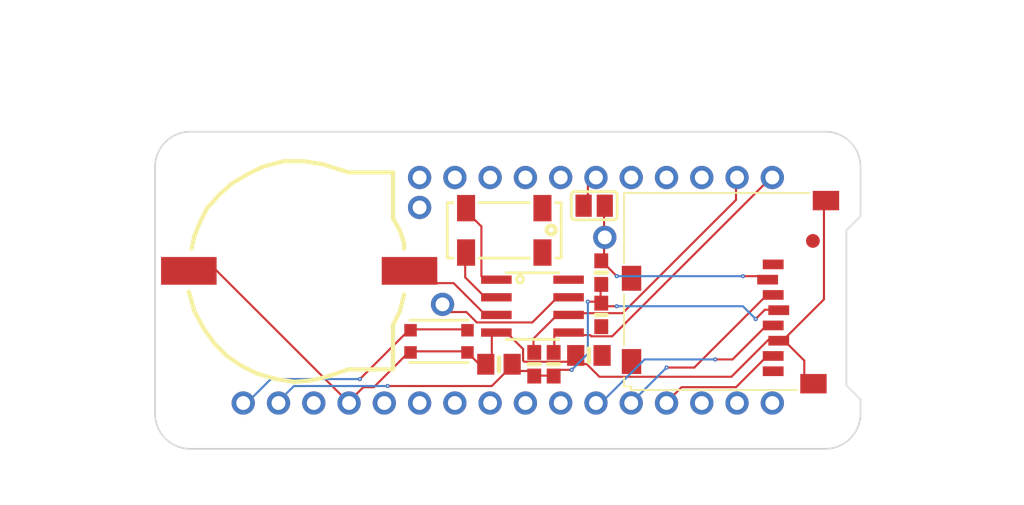
<source format=kicad_pcb>
(kicad_pcb (version 20221018) (generator pcbnew)
  (layers (0 "F.Cu" signal "Top") (31 "B.Cu" signal "Bottom") (34 "B.Paste" user) (35 "F.Paste" user) (36 "B.SilkS" user "B.Silkscreen") (37 "F.SilkS" user "F.Silkscreen") (38 "B.Mask" user) (39 "F.Mask" user) (44 "Edge.Cuts" user))
  (net 0 "")
  (net 1 "G")
  (net 2 "TX")
  (net 3 "RX")
  (net 4 "F")
  (net 5 "E")
  (net 6 "D")
  (net 7 "C")
  (net 8 "B")
  (net 9 "A")
  (net 10 "AREF")
  (net 11 "USB")
  (net 12 "N")
  (net 13 "M")
  (net 14 "L")
  (net 15 "J")
  (net 16 "I")
  (net 17 "H")
  (net 18 "SCL")
  (net 19 "SDA")
  (net 20 "GND")
  (net 21 "MOSI")
  (net 22 "MISO")
  (net 23 "SCK")
  (net 24 "+3V3")
  (net 25 "SD_CS")
  (net 26 "RESET")
  (net 27 "N$7")
  (net 28 "N$8")
  (net 29 "VBAT")
  (net 30 "EN")
  (net 31 "CR1220")
  (net 32 "INT1")
  (net 33 "CS")
  (net 34 "N$1")
  (footprint "MICROSD" (layer "F.Cu") (at 167.132 105.156 90)
    (fp_text reference "X4" hide)
    (fp_text value "microsd" hide)
    (fp_line (start -7.035 -9.76) (end -7.035 2.19) (layer "F.SilkS") (stroke (width 0.127)))
    (fp_line (start -6.785 -10.26) (end -6.785 -9.76) (layer "F.SilkS") (stroke (width 0.127)))
    (fp_line (start -6.785 -9.76) (end -7.035 -9.76) (layer "F.SilkS") (stroke (width 0.127)))
    (fp_line (start -6.135 -10.26) (end -6.785 -10.26) (layer "F.SilkS") (stroke (width 0.127)))
    (fp_line (start -3.835 -10.26) (end -0.135 -10.26) (layer "F.SilkS") (stroke (width 0.127)))
    (fp_line (start 2.115 -10.26) (end 7.165 -10.26) (layer "F.SilkS") (stroke (width 0.127)))
    (fp_line (start 7.165 -10.26) (end 7.165 3.09) (layer "F.SilkS") (stroke (width 0.127)))
    (pad "1" smd rect locked (at 2.015 0.48 90) (size 0.7 1.5) (layers "F.Cu" "F.Paste" "F.Mask"))
    (pad "2" smd rect locked (at 0.915 0.08 90) (size 0.7 1.5) (layers "F.Cu" "F.Paste" "F.Mask") (net 25 "SD_CS"))
    (pad "3" smd rect locked (at -0.185 0.48 90) (size 0.7 1.5) (layers "F.Cu" "F.Paste" "F.Mask") (net 21 "MOSI"))
    (pad "4" smd rect locked (at -1.285 0.88 90) (size 0.7 1.5) (layers "F.Cu" "F.Paste" "F.Mask") (net 24 "+3V3"))
    (pad "5" smd rect locked (at -2.385 0.48 90) (size 0.7 1.5) (layers "F.Cu" "F.Paste" "F.Mask") (net 23 "SCK"))
    (pad "6" smd rect locked (at -3.485 0.88 90) (size 0.7 1.5) (layers "F.Cu" "F.Paste" "F.Mask") (net 20 "GND"))
    (pad "7" smd rect locked (at -4.585 0.48 90) (size 0.7 1.5) (layers "F.Cu" "F.Paste" "F.Mask") (net 22 "MISO"))
    (pad "8" smd rect locked (at -5.685 0.48 90) (size 0.7 1.5) (layers "F.Cu" "F.Paste" "F.Mask"))
    (pad "CD1" smd rect locked (at -4.985 -9.72 180) (size 1.4 1.8) (layers "F.Cu" "F.Paste" "F.Mask"))
    (pad "CD2" smd rect locked (at 1.015 -9.72 180) (size 1.4 1.8) (layers "F.Cu" "F.Paste" "F.Mask"))
    (pad "MT1" smd rect locked (at -6.585 3.38 90) (size 1.4 1.9) (layers "F.Cu" "F.Paste" "F.Mask") (net 20 "GND"))
    (pad "MT2" smd rect locked (at 6.615 4.28 90) (size 1.4 1.9) (layers "F.Cu" "F.Paste" "F.Mask") (net 20 "GND"))
  )
  (footprint "BTN_KMR2_4.6X2.8" (layer "F.Cu") (at 143.5481 108.6866 180)
    (fp_text reference "SW1" hide)
    (fp_text value "KMR2" hide)
    (fp_line (start -2.1 -1.5254) (end 2.1 -1.5254) (layer "F.SilkS") (stroke (width 0.2032)))
    (fp_line (start 2.1 1.5254) (end -2.1 1.5254) (layer "F.SilkS") (stroke (width 0.2032)))
    (pad "A" smd rect (at 2.05 -0.8 180) (size 0.9 0.9) (layers "F.Cu" "F.Paste" "F.Mask") (net 20 "GND"))
    (pad "A'" smd rect (at -2.05 -0.8 180) (size 0.9 0.9) (layers "F.Cu" "F.Paste" "F.Mask") (net 20 "GND"))
    (pad "B" smd rect (at 2.05 0.8 180) (size 0.9 0.9) (layers "F.Cu" "F.Paste" "F.Mask") (net 26 "RESET"))
    (pad "B'" smd rect (at -2.05 0.8 180) (size 0.9 0.9) (layers "F.Cu" "F.Paste" "F.Mask") (net 26 "RESET"))
  )
  (footprint "SOIC8_150MIL" (layer "F.Cu") (at 150.2791 106.1466 -90)
    (fp_text reference "IC1" hide)
    (fp_text value "PCF8523T" hide)
    (fp_line (start -2.4 1.9) (end -2.4 -1.9) (layer "F.SilkS") (stroke (width 0.2032)))
    (fp_line (start 2.4 -1.9) (end 2.4 1.9) (layer "F.SilkS") (stroke (width 0.2032)))
    (fp_circle (center -1.9304 0.889) (end -1.6764 0.889) (layer "F.SilkS") (stroke (width 0.2032)) (fill none))
    (pad "1" smd rect (at -1.905 2.6 270) (size 0.6 2.2) (layers "F.Cu" "F.Paste" "F.Mask") (net 27 "N$7"))
    (pad "2" smd rect (at -0.635 2.6 270) (size 0.6 2.2) (layers "F.Cu" "F.Paste" "F.Mask") (net 28 "N$8"))
    (pad "3" smd rect (at 0.635 2.6 270) (size 0.6 2.2) (layers "F.Cu" "F.Paste" "F.Mask") (net 31 "CR1220"))
    (pad "4" smd rect (at 1.905 2.6 270) (size 0.6 2.2) (layers "F.Cu" "F.Paste" "F.Mask") (net 20 "GND"))
    (pad "5" smd rect (at 1.905 -2.6 270) (size 0.6 2.2) (layers "F.Cu" "F.Paste" "F.Mask") (net 19 "SDA"))
    (pad "6" smd rect (at 0.635 -2.6 270) (size 0.6 2.2) (layers "F.Cu" "F.Paste" "F.Mask") (net 18 "SCL"))
    (pad "7" smd rect (at -0.635 -2.6 270) (size 0.6 2.2) (layers "F.Cu" "F.Paste" "F.Mask") (net 32 "INT1"))
    (pad "8" smd rect (at -1.905 -2.6 270) (size 0.6 2.2) (layers "F.Cu" "F.Paste" "F.Mask") (net 34 "N$1"))
  )
  (footprint "CRYSTAL_8X3.8" (layer "F.Cu") (at 148.2471 100.6856)
    (fp_text reference "Y1" hide)
    (fp_text value "32khz" hide)
    (fp_line (start -4.1 -2) (end -4.1 2) (layer "F.SilkS") (stroke (width 0.2032)))
    (fp_line (start -4.1 2) (end -3.7 2) (layer "F.SilkS") (stroke (width 0.2032)))
    (fp_line (start -3.7 -2) (end -4.1 -2) (layer "F.SilkS") (stroke (width 0.2032)))
    (fp_line (start -1.8 -2) (end 1.8 -2) (layer "F.SilkS") (stroke (width 0.2032)))
    (fp_line (start -1.8 2) (end 1.8 2) (layer "F.SilkS") (stroke (width 0.2032)))
    (fp_line (start 3.7 -2) (end 4.1 -2) (layer "F.SilkS") (stroke (width 0.2032)))
    (fp_line (start 4.1 -2) (end 4.1 2) (layer "F.SilkS") (stroke (width 0.2032)))
    (fp_line (start 4.1 2) (end 3.7 2) (layer "F.SilkS") (stroke (width 0.2032)))
    (fp_circle (center 3.3782 -0.0254) (end 3.701487 -0.0254) (layer "F.SilkS") (stroke (width 0.3048)) (fill none))
    (pad "P$1" smd rect (at -2.75 1.6) (size 1.3 1.9) (layers "F.Cu" "F.Paste" "F.Mask") (net 28 "N$8"))
    (pad "P$2" smd rect (at 2.75 1.6) (size 1.3 1.9) (layers "F.Cu" "F.Paste" "F.Mask"))
    (pad "P$3" smd rect (at 2.75 -1.6) (size 1.3 1.9) (layers "F.Cu" "F.Paste" "F.Mask"))
    (pad "P$4" smd rect (at -2.75 -1.6) (size 1.3 1.9) (layers "F.Cu" "F.Paste" "F.Mask") (net 27 "N$7"))
  )
  (footprint "0603-NO" (layer "F.Cu") (at 151.8031 110.3376 -90)
    (fp_text reference "R1" hide)
    (fp_text value "10K" hide)
    (fp_line (start 0 -0.4) (end 0 0.4) (layer "F.SilkS") (stroke (width 0.3048)))
    (pad "1" smd rect (at -0.85 0 270) (size 1.075 1) (layers "F.Cu" "F.Paste" "F.Mask") (net 19 "SDA"))
    (pad "2" smd rect (at 0.85 0 270) (size 1.075 1) (layers "F.Cu" "F.Paste" "F.Mask") (net 24 "+3V3"))
  )
  (footprint "0603-NO" (layer "F.Cu") (at 150.4061 110.3376 -90)
    (fp_text reference "R2" hide)
    (fp_text value "10K" hide)
    (fp_line (start 0 -0.4) (end 0 0.4) (layer "F.SilkS") (stroke (width 0.3048)))
    (pad "1" smd rect (at -0.85 0 270) (size 1.075 1) (layers "F.Cu" "F.Paste" "F.Mask") (net 18 "SCL"))
    (pad "2" smd rect (at 0.85 0 270) (size 1.075 1) (layers "F.Cu" "F.Paste" "F.Mask") (net 24 "+3V3"))
  )
  (footprint "0603-NO" (layer "F.Cu") (at 155.2321 103.7336 -90)
    (fp_text reference "R3" hide)
    (fp_text value "100K" hide)
    (fp_line (start 0 -0.4) (end 0 0.4) (layer "F.SilkS") (stroke (width 0.3048)))
    (pad "1" smd rect (at -0.85 0 270) (size 1.075 1) (layers "F.Cu" "F.Paste" "F.Mask") (net 25 "SD_CS"))
    (pad "2" smd rect (at 0.85 0 270) (size 1.075 1) (layers "F.Cu" "F.Paste" "F.Mask") (net 24 "+3V3"))
  )
  (footprint "CR1220-2" (layer "F.Cu") (at 133.1341 103.6066)
    (fp_text reference "B1" hide)
    (fp_text value "cr1220" hide)
    (fp_line (start -7.6 1.5) (end -7.2 2.9) (layer "F.SilkS") (stroke (width 0.3048)))
    (fp_line (start -7.4 -1.6) (end -7.2 -2.5) (layer "F.SilkS") (stroke (width 0.3048)))
    (fp_line (start -7.2 -2.5) (end -6.8 -3.5) (layer "F.SilkS") (stroke (width 0.3048)))
    (fp_line (start -7.2 2.9) (end -6.5 4.2) (layer "F.SilkS") (stroke (width 0.3048)))
    (fp_line (start -6.8 -3.5) (end -6.3 -4.5) (layer "F.SilkS") (stroke (width 0.3048)))
    (fp_line (start -6.5 4.2) (end -5.7 5.3) (layer "F.SilkS") (stroke (width 0.3048)))
    (fp_line (start -6.3 -4.5) (end -5.4 -5.5) (layer "F.SilkS") (stroke (width 0.3048)))
    (fp_line (start -5.7 5.3) (end -4.9 6.1) (layer "F.SilkS") (stroke (width 0.3048)))
    (fp_line (start -5.4 -5.5) (end -4.5 -6.3) (layer "F.SilkS") (stroke (width 0.3048)))
    (fp_line (start -4.9 6.1) (end -3.9 6.8) (layer "F.SilkS") (stroke (width 0.3048)))
    (fp_line (start -4.5 -6.3) (end -3.3 -7) (layer "F.SilkS") (stroke (width 0.3048)))
    (fp_line (start -3.9 6.8) (end -2.7 7.4) (layer "F.SilkS") (stroke (width 0.3048)))
    (fp_line (start -3.3 -7) (end -2.3 -7.5) (layer "F.SilkS") (stroke (width 0.3048)))
    (fp_line (start -2.7 7.4) (end -1.3 7.8) (layer "F.SilkS") (stroke (width 0.3048)))
    (fp_line (start -2.3 -7.5) (end -0.8 -7.9) (layer "F.SilkS") (stroke (width 0.3048)))
    (fp_line (start -1.3 7.8) (end 0 8) (layer "F.SilkS") (stroke (width 0.3048)))
    (fp_line (start -0.8 -7.9) (end 0.7 -7.9) (layer "F.SilkS") (stroke (width 0.3048)))
    (fp_line (start 0 8) (end 1.2 7.9) (layer "F.SilkS") (stroke (width 0.3048)))
    (fp_line (start 0.7 -7.9) (end 2 -7.7) (layer "F.SilkS") (stroke (width 0.3048)))
    (fp_line (start 1.2 7.9) (end 2.5 7.6) (layer "F.SilkS") (stroke (width 0.3048)))
    (fp_line (start 2 -7.7) (end 3.9 -7.1) (layer "F.SilkS") (stroke (width 0.3048)))
    (fp_line (start 2.4 7.6) (end 3.9 7.1) (layer "F.SilkS") (stroke (width 0.3048)))
    (fp_line (start 3.95 -7.1) (end 7.1 -7.1) (layer "F.SilkS") (stroke (width 0.3048)))
    (fp_line (start 3.95 7.1) (end 7.1 7.1) (layer "F.SilkS") (stroke (width 0.3048)))
    (fp_line (start 7.1 -7.1) (end 7.1 -3.8) (layer "F.SilkS") (stroke (width 0.3048)))
    (fp_line (start 7.1 -3.8) (end 7.6 -2.9) (layer "F.SilkS") (stroke (width 0.3048)))
    (fp_line (start 7.1 3.9) (end 7.6 2.9) (layer "F.SilkS") (stroke (width 0.3048)))
    (fp_line (start 7.1 7.1) (end 7.1 3.9) (layer "F.SilkS") (stroke (width 0.3048)))
    (fp_line (start 7.6 -2.9) (end 7.9 -2) (layer "F.SilkS") (stroke (width 0.3048)))
    (fp_line (start 7.6 2.9) (end 7.9 1.7) (layer "F.SilkS") (stroke (width 0.3048)))
    (fp_line (start 7.9 -2) (end 7.9 -1.6) (layer "F.SilkS") (stroke (width 0.3048)))
    (pad "" np_thru_hole circle locked (at -3.5 0) (size 1.5 1.5) (drill 1.5) (layers *.Cu *.Mask))
    (pad "" np_thru_hole circle locked (at 3.95 0) (size 1.5 1.5) (drill 1.5) (layers *.Cu *.Mask))
    (pad "+" smd rect locked (at 8.29 0) (size 4 2) (layers "F.Cu" "F.Paste" "F.Mask") (net 31 "CR1220"))
    (pad "-" smd rect locked (at -7.6 0) (size 4 2) (layers "F.Cu" "F.Paste" "F.Mask") (net 20 "GND"))
  )
  (footprint "0805-NO" (layer "F.Cu") (at 154.3431 109.7026 180)
    (fp_text reference "C1" hide)
    (fp_text value "10uF" hide)
    (fp_line (start 0 -0.508) (end 0 0.508) (layer "F.SilkS") (stroke (width 0.3048)))
    (pad "1" smd rect (at -0.95 0 180) (size 1.24 1.5) (layers "F.Cu" "F.Paste" "F.Mask") (net 34 "N$1"))
    (pad "2" smd rect (at 0.95 0 180) (size 1.24 1.5) (layers "F.Cu" "F.Paste" "F.Mask") (net 20 "GND"))
  )
  (footprint "1X11_ROUND" (layer "F.Cu") (at 154.8511 96.8756)
    (fp_text reference "JP1" hide)
    (fp_text value "")
    (pad "1" thru_hole circle locked (at -12.7 0 90) (size 1.6764 1.6764) (drill 1) (layers *.Cu *.Mask) (net 30 "EN"))
    (pad "2" thru_hole circle locked (at -10.16 0 90) (size 1.6764 1.6764) (drill 1) (layers *.Cu *.Mask) (net 11 "USB"))
    (pad "3" thru_hole circle locked (at -7.62 0 90) (size 1.6764 1.6764) (drill 1) (layers *.Cu *.Mask) (net 12 "N"))
    (pad "4" thru_hole circle locked (at -5.08 0 90) (size 1.6764 1.6764) (drill 1) (layers *.Cu *.Mask) (net 13 "M"))
    (pad "5" thru_hole circle locked (at -2.54 0 90) (size 1.6764 1.6764) (drill 1) (layers *.Cu *.Mask) (net 14 "L"))
    (pad "6" thru_hole circle locked (at 0 0 90) (size 1.6764 1.6764) (drill 1) (layers *.Cu *.Mask) (net 33 "CS"))
    (pad "7" thru_hole circle locked (at 2.54 0 90) (size 1.6764 1.6764) (drill 1) (layers *.Cu *.Mask) (net 15 "J"))
    (pad "8" thru_hole circle locked (at 5.08 0 90) (size 1.6764 1.6764) (drill 1) (layers *.Cu *.Mask) (net 16 "I"))
    (pad "9" thru_hole circle locked (at 7.62 0 90) (size 1.6764 1.6764) (drill 1) (layers *.Cu *.Mask) (net 17 "H"))
    (pad "10" thru_hole circle locked (at 10.16 0 90) (size 1.6764 1.6764) (drill 1) (layers *.Cu *.Mask) (net 18 "SCL"))
    (pad "11" thru_hole circle locked (at 12.7 0 90) (size 1.6764 1.6764) (drill 1) (layers *.Cu *.Mask) (net 19 "SDA"))
  )
  (footprint "1X16_ROUND" (layer "F.Cu") (at 148.5011 113.1316 180)
    (fp_text reference "JP2" hide)
    (fp_text value "")
    (pad "1" thru_hole circle locked (at -19.05 0 270) (size 1.6764 1.6764) (drill 1) (layers *.Cu *.Mask) (net 1 "G"))
    (pad "2" thru_hole circle locked (at -16.51 0 270) (size 1.6764 1.6764) (drill 1) (layers *.Cu *.Mask) (net 2 "TX"))
    (pad "3" thru_hole circle locked (at -13.97 0 270) (size 1.6764 1.6764) (drill 1) (layers *.Cu *.Mask) (net 3 "RX"))
    (pad "4" thru_hole circle locked (at -11.43 0 270) (size 1.6764 1.6764) (drill 1) (layers *.Cu *.Mask) (net 22 "MISO"))
    (pad "5" thru_hole circle locked (at -8.89 0 270) (size 1.6764 1.6764) (drill 1) (layers *.Cu *.Mask) (net 21 "MOSI"))
    (pad "6" thru_hole circle locked (at -6.35 0 270) (size 1.6764 1.6764) (drill 1) (layers *.Cu *.Mask) (net 23 "SCK"))
    (pad "7" thru_hole circle locked (at -3.81 0 270) (size 1.6764 1.6764) (drill 1) (layers *.Cu *.Mask) (net 4 "F"))
    (pad "8" thru_hole circle locked (at -1.27 0 270) (size 1.6764 1.6764) (drill 1) (layers *.Cu *.Mask) (net 5 "E"))
    (pad "9" thru_hole circle locked (at 1.27 0 270) (size 1.6764 1.6764) (drill 1) (layers *.Cu *.Mask) (net 6 "D"))
    (pad "10" thru_hole circle locked (at 3.81 0 270) (size 1.6764 1.6764) (drill 1) (layers *.Cu *.Mask) (net 7 "C"))
    (pad "11" thru_hole circle locked (at 6.35 0 270) (size 1.6764 1.6764) (drill 1) (layers *.Cu *.Mask) (net 8 "B"))
    (pad "12" thru_hole circle locked (at 8.89 0 270) (size 1.6764 1.6764) (drill 1) (layers *.Cu *.Mask) (net 9 "A"))
    (pad "13" thru_hole circle locked (at 11.43 0 270) (size 1.6764 1.6764) (drill 1) (layers *.Cu *.Mask) (net 20 "GND"))
    (pad "14" thru_hole circle locked (at 13.97 0 270) (size 1.6764 1.6764) (drill 1) (layers *.Cu *.Mask) (net 10 "AREF"))
    (pad "15" thru_hole circle locked (at 16.51 0 270) (size 1.6764 1.6764) (drill 1) (layers *.Cu *.Mask) (net 24 "+3V3"))
    (pad "16" thru_hole circle locked (at 19.05 0 270) (size 1.6764 1.6764) (drill 1) (layers *.Cu *.Mask) (net 26 "RESET"))
  )
  (footprint "1X01_ROUND" (layer "F.Cu") (at 142.1511 99.0346)
    (fp_text reference "JP3" hide)
    (fp_text value "")
    (pad "1" thru_hole circle locked (at 0 0 90) (size 1.6764 1.6764) (drill 1) (layers *.Cu *.Mask) (net 29 "VBAT"))
  )
  (footprint "1X01_ROUND" (layer "F.Cu") (at 155.4861 101.1936)
    (fp_text reference "SDCS" hide)
    (fp_text value "")
    (pad "1" thru_hole circle (at 0 0 90) (size 1.6764 1.6764) (drill 1) (layers *.Cu *.Mask) (net 25 "SD_CS"))
  )
  (footprint "SOLDERJUMPER_CLOSEDWIRE" (layer "F.Cu") (at 154.7241 98.9076)
    (fp_text reference "SJ1" hide)
    (fp_text value "")
    (fp_line (start -1.651 0.762) (end -1.651 -0.762) (layer "F.SilkS") (stroke (width 0.2032)))
    (fp_line (start -1.397 -1.016) (end 1.397 -1.016) (layer "F.SilkS") (stroke (width 0.2032)))
    (fp_line (start 1.397 1.016) (end -1.397 1.016) (layer "F.SilkS") (stroke (width 0.2032)))
    (fp_line (start 1.651 0.762) (end 1.651 -0.762) (layer "F.SilkS") (stroke (width 0.2032)))
    (fp_arc (start -1.651 -0.762) (mid -1.576605 -0.941605) (end -1.397 -1.016) (layer "F.SilkS") (stroke (width 0.2032)))
    (fp_arc (start -1.397 1.016) (mid -1.576605 0.941605) (end -1.651 0.762) (layer "F.SilkS") (stroke (width 0.2032)))
    (fp_arc (start 1.397 -1.016) (mid 1.576605 -0.941605) (end 1.651 -0.762) (layer "F.SilkS") (stroke (width 0.2032)))
    (fp_arc (start 1.651 0.762) (mid 1.576605 0.941605) (end 1.397 1.016) (layer "F.SilkS") (stroke (width 0.2032)))
    (pad "1" smd rect (at -0.762 0) (size 1.1684 1.6002) (layers "F.Cu" "F.Mask") (net 33 "CS"))
    (pad "2" smd rect (at 0.762 0) (size 1.1684 1.6002) (layers "F.Cu" "F.Mask") (net 25 "SD_CS"))
  )
  (footprint "1X01_ROUND" (layer "F.Cu") (at 143.8021 106.0196)
    (fp_text reference "INT1" hide)
    (fp_text value "")
    (pad "1" thru_hole circle (at 0 0 90) (size 1.6764 1.6764) (drill 1) (layers *.Cu *.Mask) (net 32 "INT1"))
  )
  (footprint "FIDUCIAL_1MM" (layer "F.Cu") (at 170.4721 101.4476)
    (fp_text reference "FID1" hide)
    (fp_text value "FIDUCIAL_1MM" hide)
    (pad "1" smd roundrect (at 0 0) (size 1 1) (layers "F.Cu" "F.Mask") (roundrect_rratio 0.5))
  )
  (footprint "0603-NO" (layer "F.Cu") (at 155.2321 106.7816 -90)
    (fp_text reference "R4" hide)
    (fp_text value "1K" hide)
    (fp_line (start 0 -0.4) (end 0 0.4) (layer "F.SilkS") (stroke (width 0.3048)))
    (pad "1" smd rect (at -0.85 0 270) (size 1.075 1) (layers "F.Cu" "F.Paste" "F.Mask") (net 24 "+3V3"))
    (pad "2" smd rect (at 0.85 0 270) (size 1.075 1) (layers "F.Cu" "F.Paste" "F.Mask") (net 34 "N$1"))
  )
  (footprint "0805-NO" (layer "F.Cu") (at 147.8661 110.3376 180)
    (fp_text reference "C2" hide)
    (fp_text value "10uF" hide)
    (fp_line (start 0 -0.508) (end 0 0.508) (layer "F.SilkS") (stroke (width 0.3048)))
    (pad "1" smd rect (at -0.95 0 180) (size 1.24 1.5) (layers "F.Cu" "F.Paste" "F.Mask") (net 24 "+3V3"))
    (pad "2" smd rect (at 0.95 0 180) (size 1.24 1.5) (layers "F.Cu" "F.Paste" "F.Mask") (net 20 "GND"))
  )
  (gr_line (start 172.8851 100.6856) (end 172.8851 111.8616) (layer "Edge.Cuts") (width 0.12))
  (gr_arc (start 173.9011 113.8936) (mid 173.157151 115.689651) (end 171.3611 116.4336) (layer "Edge.Cuts") (width 0.12))
  (gr_line (start 173.9011 99.6696) (end 172.8851 100.6856) (layer "Edge.Cuts") (width 0.12))
  (gr_arc (start 125.6411 116.4336) (mid 123.845049 115.689651) (end 123.1011 113.8936) (layer "Edge.Cuts") (width 0.12))
  (gr_line (start 172.8851 111.8616) (end 173.9011 112.8776) (layer "Edge.Cuts") (width 0.12))
  (gr_line (start 123.1011 113.8936) (end 123.1011 96.1136) (layer "Edge.Cuts") (width 0.12))
  (gr_line (start 173.9011 112.8776) (end 173.9011 113.8936) (layer "Edge.Cuts") (width 0.12))
  (gr_line (start 171.3611 93.5736) (end 125.6411 93.5736) (layer "Edge.Cuts") (width 0.12))
  (gr_arc (start 123.1011 96.1136) (mid 123.845049 94.317549) (end 125.6411 93.5736) (layer "Edge.Cuts") (width 0.12))
  (gr_arc (start 171.3611 93.5736) (mid 173.157151 94.317549) (end 173.9011 96.1136) (layer "Edge.Cuts") (width 0.12))
  (gr_line (start 171.3611 116.4336) (end 125.6411 116.4336) (layer "Edge.Cuts") (width 0.12))
  (gr_line (start 173.9011 96.1136) (end 173.9011 99.6696) (layer "Edge.Cuts") (width 0.12))
  (segment (start 150.3511 109.0736) (end 150.3511 108.49026666666667) (width 0.1524) (layer "F.Cu") (net 18))
  (segment (start 150.3511 108.49026666666667) (end 151.8511 106.99026666666667) (width 0.1524) (layer "F.Cu") (net 18))
  (segment (start 164.93443333333335 97.40693333333333) (end 164.93443333333335 98.49026666666667) (width 0.1524) (layer "F.Cu") (net 18))
  (segment (start 164.93443333333335 98.49026666666667) (end 156.76776666666666 106.65693333333333) (width 0.1524) (layer "F.Cu") (net 18))
  (segment (start 156.76776666666666 106.65693333333333) (end 153.8511 106.65693333333333) (width 0.1524) (layer "F.Cu") (net 18))
  (segment (start 151.8511 109.0736) (end 151.8511 108.24026666666667) (width 0.1524) (layer "F.Cu") (net 19))
  (segment (start 166.93443333333335 97.40693333333333) (end 156.01776666666666 108.3236) (width 0.1524) (layer "F.Cu") (net 19))
  (segment (start 156.01776666666666 108.3236) (end 154.51776666666666 108.3236) (width 0.1524) (layer "F.Cu") (net 19))
  (segment (start 154.51776666666666 108.3236) (end 154.43443333333335 108.24026666666667) (width 0.1524) (layer "F.Cu") (net 19))
  (segment (start 154.43443333333335 108.24026666666667) (end 153.8511 108.24026666666667) (width 0.1524) (layer "F.Cu") (net 19))
  (segment (start 146.3511 110.24026666666667) (end 145.76776666666666 109.65693333333333) (width 0.1524) (layer "F.Cu") (net 20))
  (segment (start 147.3511 108.24026666666667) (end 147.3511 109.65693333333333) (width 0.1524) (layer "F.Cu") (net 20))
  (segment (start 141.68443333333335 109.40693333333333) (end 145.26776666666666 109.40693333333333) (width 0.1524) (layer "F.Cu") (net 20))
  (segment (start 137.6011 112.49026666666667) (end 138.1011 111.99026666666667) (width 0.1524) (layer "F.Cu") (net 20))
  (segment (start 138.1011 111.99026666666667) (end 138.8511 111.99026666666667) (width 0.1524) (layer "F.Cu") (net 20))
  (segment (start 138.8511 111.99026666666667) (end 141.18443333333335 109.65693333333333) (width 0.1524) (layer "F.Cu") (net 20))
  (segment (start 152.8511 110.15693333333333) (end 149.68443333333335 110.15693333333333) (width 0.1524) (layer "F.Cu") (net 20))
  (segment (start 149.68443333333335 110.15693333333333) (end 149.6011 110.0736) (width 0.1524) (layer "F.Cu") (net 20))
  (segment (start 149.6011 110.0736) (end 149.6011 109.24026666666667) (width 0.1524) (layer "F.Cu") (net 20))
  (segment (start 149.6011 109.24026666666667) (end 148.6011 108.24026666666667) (width 0.1524) (layer "F.Cu") (net 20))
  (segment (start 167.26776666666666 108.5736) (end 164.6011 111.24026666666667) (width 0.1524) (layer "F.Cu") (net 20))
  (segment (start 164.6011 111.24026666666667) (end 155.1011 111.24026666666667) (width 0.1524) (layer "F.Cu") (net 20))
  (segment (start 155.1011 111.24026666666667) (end 154.18443333333335 110.3236) (width 0.1524) (layer "F.Cu") (net 20))
  (segment (start 154.18443333333335 110.3236) (end 153.8511 110.3236) (width 0.1524) (layer "F.Cu") (net 20))
  (segment (start 171.26776666666666 99.0736) (end 171.26776666666666 105.65693333333333) (width 0.1524) (layer "F.Cu") (net 20))
  (segment (start 171.26776666666666 105.65693333333333) (end 168.6011 108.3236) (width 0.1524) (layer "F.Cu") (net 20))
  (segment (start 169.8511 111.15693333333333) (end 169.8511 110.0736) (width 0.1524) (layer "F.Cu") (net 20))
  (segment (start 169.8511 110.0736) (end 168.6011 108.8236) (width 0.1524) (layer "F.Cu") (net 20))
  (segment (start 127.43443333333333 103.5736) (end 127.51776666666667 103.5736) (width 0.1524) (layer "F.Cu") (net 20))
  (segment (start 127.51776666666667 103.5736) (end 136.43443333333335 112.49026666666667) (width 0.1524) (layer "F.Cu") (net 20))
  (segment (start 157.93443333333335 112.5736) (end 159.93443333333335 110.5736) (width 0.1524) (layer "B.Cu") (net 21))
  (via micro (at 159.93443333333335 110.5736) (size 0.3) (drill 0.1) (layers "F.Cu" "B.Cu") (net 21))
  (segment (start 159.93443333333335 110.5736) (end 161.93443333333335 110.5736) (width 0.1524) (layer "F.Cu") (net 21))
  (segment (start 161.93443333333335 110.5736) (end 166.93443333333335 105.5736) (width 0.1524) (layer "F.Cu") (net 21))
  (segment (start 160.43443333333335 112.5736) (end 161.01776666666666 111.99026666666667) (width 0.1524) (layer "F.Cu") (net 22))
  (segment (start 161.01776666666666 111.99026666666667) (end 164.93443333333335 111.99026666666667) (width 0.1524) (layer "F.Cu") (net 22))
  (segment (start 164.93443333333335 111.99026666666667) (end 166.93443333333335 109.99026666666667) (width 0.1524) (layer "F.Cu") (net 22))
  (segment (start 155.43443333333335 112.90693333333333) (end 158.3511 109.99026666666667) (width 0.1524) (layer "B.Cu") (net 23))
  (segment (start 158.3511 109.99026666666667) (end 163.43443333333335 109.99026666666667) (width 0.1524) (layer "B.Cu") (net 23))
  (via micro (at 163.43443333333335 109.99026666666667) (size 0.3) (drill 0.1) (layers "F.Cu" "B.Cu") (net 23))
  (segment (start 163.43443333333335 109.99026666666667) (end 164.68443333333335 109.99026666666667) (width 0.1524) (layer "F.Cu") (net 23))
  (segment (start 164.68443333333335 109.99026666666667) (end 166.93443333333335 107.74026666666667) (width 0.1524) (layer "F.Cu") (net 23))
  (segment (start 155.18443333333335 105.5736) (end 155.18443333333335 104.90693333333333) (width 0.1524) (layer "F.Cu") (net 24))
  (segment (start 152.1011 110.8236) (end 152.18443333333335 110.74026666666667) (width 0.1524) (layer "F.Cu") (net 24))
  (segment (start 152.18443333333335 110.74026666666667) (end 153.1011 110.74026666666667) (width 0.1524) (layer "F.Cu") (net 24))
  (via micro (at 153.1011 110.74026666666667) (size 0.3) (drill 0.1) (layers "F.Cu" "B.Cu") (net 24))
  (segment (start 153.1011 110.74026666666667) (end 154.26776666666666 109.5736) (width 0.1524) (layer "B.Cu") (net 24))
  (segment (start 154.26776666666666 109.5736) (end 154.26776666666666 105.8236) (width 0.1524) (layer "B.Cu") (net 24))
  (via micro (at 154.26776666666666 105.8236) (size 0.3) (drill 0.1) (layers "F.Cu" "B.Cu") (net 24))
  (segment (start 154.26776666666666 105.8236) (end 154.8511 105.8236) (width 0.1524) (layer "F.Cu") (net 24))
  (segment (start 150.68443333333335 111.15693333333333) (end 151.43443333333335 111.15693333333333) (width 0.1524) (layer "F.Cu") (net 24))
  (segment (start 149.26776666666666 110.8236) (end 150.01776666666666 110.8236) (width 0.1524) (layer "F.Cu") (net 24))
  (segment (start 167.26776666666666 106.40693333333333) (end 167.01776666666666 106.40693333333333) (width 0.1524) (layer "F.Cu") (net 24))
  (segment (start 167.01776666666666 106.40693333333333) (end 166.3511 107.0736) (width 0.1524) (layer "F.Cu") (net 24))
  (via micro (at 166.3511 107.0736) (size 0.3) (drill 0.1) (layers "F.Cu" "B.Cu") (net 24))
  (segment (start 166.3511 107.0736) (end 165.43443333333335 106.15693333333333) (width 0.1524) (layer "B.Cu") (net 24))
  (segment (start 165.43443333333335 106.15693333333333) (end 156.3511 106.15693333333333) (width 0.1524) (layer "B.Cu") (net 24))
  (via micro (at 156.3511 106.15693333333333) (size 0.3) (drill 0.1) (layers "F.Cu" "B.Cu") (net 24))
  (segment (start 156.3511 106.15693333333333) (end 155.51776666666666 106.15693333333333) (width 0.1524) (layer "F.Cu") (net 24))
  (segment (start 132.51776666666666 112.49026666666667) (end 133.1011 111.90693333333333) (width 0.1524) (layer "B.Cu") (net 24))
  (segment (start 133.1011 111.90693333333333) (end 139.8511 111.90693333333333) (width 0.1524) (layer "B.Cu") (net 24))
  (via micro (at 139.8511 111.90693333333333) (size 0.3) (drill 0.1) (layers "F.Cu" "B.Cu") (net 24))
  (segment (start 139.8511 111.90693333333333) (end 147.3511 111.90693333333333) (width 0.1524) (layer "F.Cu") (net 24))
  (segment (start 147.3511 111.90693333333333) (end 148.26776666666666 110.99026666666667) (width 0.1524) (layer "F.Cu") (net 24))
  (segment (start 155.43443333333335 101.74026666666667) (end 155.43443333333335 102.49026666666667) (width 0.1524) (layer "F.Cu") (net 25))
  (segment (start 155.43443333333335 99.65693333333333) (end 155.43443333333335 100.5736) (width 0.1524) (layer "F.Cu") (net 25))
  (segment (start 166.51776666666666 103.99026666666667) (end 165.43443333333335 103.99026666666667) (width 0.1524) (layer "F.Cu") (net 25))
  (via micro (at 165.43443333333335 103.99026666666667) (size 0.3) (drill 0.1) (layers "F.Cu" "B.Cu") (net 25))
  (segment (start 165.43443333333335 103.99026666666667) (end 156.3511 103.99026666666667) (width 0.1524) (layer "B.Cu") (net 25))
  (via micro (at 156.3511 103.99026666666667) (size 0.3) (drill 0.1) (layers "F.Cu" "B.Cu") (net 25))
  (segment (start 156.3511 103.99026666666667) (end 155.51776666666666 103.15693333333333) (width 0.1524) (layer "F.Cu") (net 25))
  (segment (start 145.26776666666666 107.8236) (end 141.68443333333335 107.8236) (width 0.1524) (layer "F.Cu") (net 26))
  (segment (start 130.01776666666666 112.8236) (end 131.43443333333335 111.40693333333333) (width 0.1524) (layer "B.Cu") (net 26))
  (segment (start 131.43443333333335 111.40693333333333) (end 137.8511 111.40693333333333) (width 0.1524) (layer "B.Cu") (net 26))
  (via micro (at 137.8511 111.40693333333333) (size 0.3) (drill 0.1) (layers "F.Cu" "B.Cu") (net 26))
  (segment (start 137.8511 111.40693333333333) (end 141.18443333333335 108.0736) (width 0.1524) (layer "F.Cu") (net 26))
  (segment (start 146.01776666666666 99.8236) (end 146.6011 100.40693333333333) (width 0.1524) (layer "F.Cu") (net 27))
  (segment (start 146.6011 100.40693333333333) (end 146.6011 103.99026666666667) (width 0.1524) (layer "F.Cu") (net 27))
  (segment (start 145.43443333333335 103.0736) (end 145.43443333333335 104.0736) (width 0.1524) (layer "F.Cu") (net 28))
  (segment (start 145.43443333333335 104.0736) (end 146.6011 105.24026666666667) (width 0.1524) (layer "F.Cu") (net 28))
  (segment (start 143.26776666666666 104.49026666666667) (end 144.6011 104.49026666666667) (width 0.1524) (layer "F.Cu") (net 31))
  (segment (start 144.6011 104.49026666666667) (end 146.6011 106.49026666666667) (width 0.1524) (layer "F.Cu") (net 31))
  (segment (start 144.3511 106.5736) (end 145.51776666666666 106.5736) (width 0.1524) (layer "F.Cu") (net 32))
  (segment (start 145.51776666666666 106.5736) (end 146.26776666666666 107.3236) (width 0.1524) (layer "F.Cu") (net 32))
  (segment (start 146.26776666666666 107.3236) (end 150.26776666666666 107.3236) (width 0.1524) (layer "F.Cu") (net 32))
  (segment (start 150.26776666666666 107.3236) (end 151.8511 105.74026666666667) (width 0.1524) (layer "F.Cu") (net 32))
  (segment (start 154.26776666666666 98.15693333333333) (end 154.26776666666666 97.40693333333333) (width 0.1524) (layer "F.Cu") (net 33))
)
</source>
